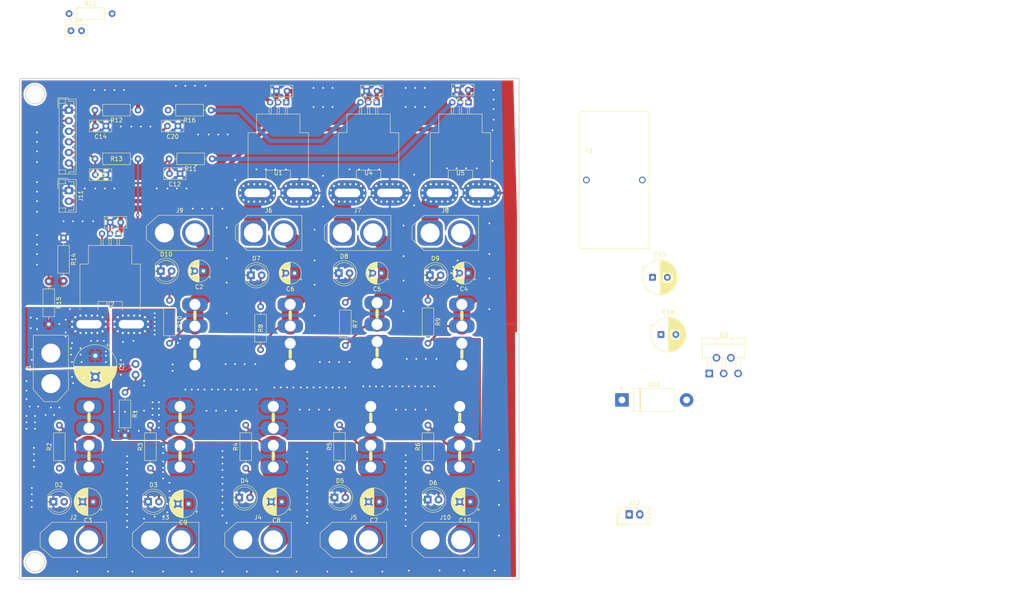
<source format=kicad_pcb>
(kicad_pcb (version 20241229) (generator "pcbnew") (generator_version "9.0")
  (layers (0 "F.Cu" signal) (2 "B.Cu" signal) (13 "F.Paste" user) (15 "B.Paste" user) (5 "F.SilkS" user "F.Silkscreen") (7 "B.SilkS" user "B.Silkscreen") (1 "F.Mask" user) (3 "B.Mask" user) (25 "Edge.Cuts" user))
  (net 0 "")
  (net 1 "14V")
  (net 2 "I_Out_3")
  (net 3 "3.3V")
  (net 4 "V_ref_1")
  (net 5 "V_ref_2")
  (net 6 "V_ref_3")
  (net 7 "14V_IN")
  (net 8 "5V_out")
  (net 9 "Net-(D1-A)")
  (net 10 "Net-(D2-A)")
  (net 11 "Net-(D3-A)")
  (net 12 "Net-(D4-A)")
  (net 13 "Net-(D5-A)")
  (net 14 "Net-(D6-A)")
  (net 15 "Net-(D7-A)")
  (net 16 "Net-(D8-A)")
  (net 17 "Net-(D9-A)")
  (net 18 "Net-(D10-A)")
  (net 19 "Net-(D11-K)")
  (net 20 "Net-(C2-Pad1)")
  (net 21 "Net-(C3-Pad1)")
  (net 22 "Net-(C4-Pad1)")
  (net 23 "Net-(C7-Pad1)")
  (net 24 "I_In_1")
  (net 25 "I_In_2")
  (net 26 "V_ref_0")
  (net 27 "Net-(U1-VIOUT)")
  (net 28 "Net-(U2-VIOUT)")
  (net 29 "Net-(C8-Pad1)")
  (net 30 "Net-(C9-Pad1)")
  (net 31 "Net-(C10-Pad1)")
  (net 32 "Net-(C5-Pad1)")
  (net 33 "Net-(C6-Pad1)")
  (net 34 "Net-(U4-VIOUT)")
  (net 35 "I_In_4")
  (net 36 "Net-(U5-VIOUT)")
  (net 37 "I_Out_1")
  (net 38 "V_ref_4")
  (footprint "PCM_SparkFun-Fuse:Fuseholder_Automotive" (layer "F.Cu") (at 119.5 92.15 -90)
    (property "Reference" "F7")
    (property "Value" "Blade Fuse")
  )
  (footprint "Resistor_THT:R_Axial_DIN0207_L6.3mm_D2.5mm_P10.16mm_Horizontal" (layer "F.Cu") (at 44.5 124.08 90)
    (property "Reference" "R2")
    (property "Value" "1.2k")
  )
  (footprint "Capacitor_THT:CP_Radial_D6.3mm_P2.50mm" (layer "F.Cu") (at 75 132.5 180)
    (property "Reference" "C9")
    (property "Value" "100uF_25V")
  )
  (footprint "Capacitor_THT:CP_Radial_D6.3mm_P2.50mm" (layer "F.Cu") (at 141.5 132 180)
    (property "Reference" "C10")
    (property "Value" "100uF_25V")
  )
  (footprint "Package_TO_SOT_THT:TO-220-5_P3.4x3.7mm_StaggerOdd_Lead3.8mm_Vertical" (layer "F.Cu") (at 197.9 101.7)
    (property "Reference" "U3")
    (property "Value" "LM2596T-5")
  )
  (footprint "LED_TH:LED_D5.0mm_IRGrey" (layer "F.Cu") (at 86.96 131)
    (property "Reference" "D4")
    (property "Value" "Green")
  )
  (footprint "Capacitor_THT:C_Disc_D5.0mm_W2.5mm_P2.50mm" (layer "F.Cu") (at 47.25 20.75)
    (property "Reference" "C14")
    (property "Value" "100nF")
  )
  (footprint "PCM_SparkFun-Fuse:Fuseholder_Automotive" (layer "F.Cu") (at 118 116.65 90)
    (property "Reference" "F4")
    (property "Value" "Blade Fuse")
  )
  (footprint "LED_TH:LED_D5.0mm_IRGrey" (layer "F.Cu") (at 131.96 78.5)
    (property "Reference" "D9")
    (property "Value" "Green")
  )
  (footprint "Sensor_Current:Allegro_CB_PFF" (layer "F.Cu") (at 119.41 37.65 180)
    (property "Reference" "U4")
    (property "Value" "ACS758xCB-050B-PFF")
  )
  (footprint "Resistor_THT:R_Axial_DIN0207_L6.3mm_D2.5mm_P10.16mm_Horizontal" (layer "F.Cu") (at 92 85.92 -90)
    (property "Reference" "R8")
    (property "Value" "1.2k" (hide yes))
  )
  (footprint "LED_TH:LED_D5.0mm_IRGrey" (layer "F.Cu") (at 43.12 132)
    (property "Reference" "D2")
    (property "Value" "Green")
  )
  (footprint "PCM_SparkFun-Fuse:Fuseholder_Automotive" (layer "F.Cu") (at 139.5 92.55 -90)
    (property "Reference" "F8")
    (property "Value" "Blade Fuse")
  )
  (footprint "Capacitor_THT:C_Disc_D5.0mm_W2.5mm_P2.50mm" (layer "F.Cu") (at 55.5 43.25 180)
    (property "Reference" "C14")
    (property "Value" "100nF")
  )
  (footprint "Connector_JST:JST_EH_B2B-EH-A_1x02_P2.50mm_Vertical" (layer "F.Cu") (at 179 135)
    (property "Reference" "J13")
    (property "Value" "5V_OUT")
  )
  (footprint "LED_TH:LED_D5.0mm_IRGrey" (layer "F.Cu") (at 65.46 132)
    (property "Reference" "D3")
    (property "Value" "Green")
  )
  (footprint "Resistor_THT:R_Axial_DIN0207_L6.3mm_D2.5mm_P10.16mm_Horizontal" (layer "F.Cu") (at 131.5 124.08 90)
    (property "Reference" "R6")
    (property "Value" "1.2k")
  )
  (footprint "Resistor_THT:R_Axial_DIN0207_L6.3mm_D2.5mm_P10.16mm_Horizontal" (layer "F.Cu") (at 70.5 84.42 -90)
    (property "Reference" "R10")
    (property "Value" "1.2k")
  )
  (footprint "Capacitor_THT:CP_Radial_D10.0mm_P5.00mm" (layer "F.Cu") (at 53 97.5 -90)
    (property "Reference" "C1")
    (property "Value" "1000uF_16V")
  )
  (footprint "Connector_AMASS:AMASS_XT60-M_1x02_P7.20mm_Vertical" (layer "F.Cu") (at 87.8 141)
    (property "Reference" "J4")
    (property "Value" "BLDC-3")
  )
  (footprint "Capacitor_THT:CP_Radial_D6.3mm_P2.50mm" (layer "F.Cu") (at 52.5 132 180)
    (property "Reference" "C3")
    (property "Value" "100uF_25V")
  )
  (footprint "Capacitor_THT:C_Disc_D5.0mm_W2.5mm_P2.50mm" (layer "F.Cu") (at 55.5 54.75 180)
    (property "Reference" "C15")
    (property "Value" "100nF")
  )
  (footprint "Sensor_Current:Allegro_CB_PFF" (layer "F.Cu") (at 141.08 37.65 180)
    (property "Reference" "U5")
    (property "Value" "ACS758xCB-050B-PFF")
  )
  (footprint "Resistor_THT:R_Axial_DIN0207_L6.3mm_D2.5mm_P10.16mm_Horizontal" (layer "F.Cu") (at 63.08 39.5 180)
    (property "Reference" "R12")
    (property "Value" "4.7k")
  )
  (footprint "Capacitor_THT:C_Disc_D5.0mm_W2.5mm_P2.50mm" (layer "F.Cu") (at 141 34.75 180)
    (property "Reference" "C11")
    (property "Value" "100nF_Ceramic")
  )
  (footprint "Capacitor_THT:C_Disc_D5.0mm_W2.5mm_P2.50mm" (layer "F.Cu") (at 73 54.5 180)
    (property "Reference" "C12")
    (property "Value" "100nF")
  )
  (footprint "LED_TH:LED_D5.0mm_IRGrey" (layer "F.Cu") (at 109.46 131)
    (property "Reference" "D5")
    (property "Value" "Green")
  )
  (footprint "PCM_SparkFun-Fuse:Fuseholder_Automotive" (layer "F.Cu") (at 99 92.55 -90)
    (property "Reference" "F6")
    (property "Value" "Blade Fuse")
  )
  (footprint "Capacitor_THT:CP_Radial_D6.3mm_P2.50mm" (layer "F.Cu") (at 97 132 180)
    (property "Reference" "C8")
    (property "Value" "100uF_25V")
  )
  (footprint "Sensor_Current:Allegro_CB_PFF" (layer "F.Cu") (at 58.4 68.675 180)
    (property "Reference" "U2")
    (property "Value" "ACS758xCB-050B-PFF")
  )
  (footprint "Resistor_THT:R_Axial_DIN0207_L6.3mm_D2.5mm_P10.16mm_Horizontal" (layer "F.Cu") (at 42 79.92 -90)
    (property "Reference" "R15")
    (property "Value" "1M" (hide yes))
  )
  (footprint "Resistor_THT:R_Axial_DIN0207_L6.3mm_D2.5mm_P10.16mm_Horizontal" (layer "F.Cu") (at 66 124.08 90)
    (property "Reference" "R3")
    (property "Value" "1.2k")
  )
  (footprint "Resistor_THT:R_Axial_DIN0207_L6.3mm_D2.5mm_P10.16mm_Horizontal" (layer "F.Cu") (at 46.8 16.7)
    (property "Reference" "R12")
    (property "Value" "4.7k")
  )
  (footprint "Resistor_THT:R_Axial_DIN0207_L6.3mm_D2.5mm_P10.16mm_Horizontal" (layer "F.Cu") (at 131.5 84.42 -90)
    (property "Reference" "R9")
    (property "Value" "1.2k")
  )
  (footprint "PCM_SparkFun-Fuse:Fuseholder_Automotive" (layer "F.Cu") (at 139 116.65 90)
    (property "Reference" "F5")
    (property "Value" "Blade Fuse")
  )
  (footprint "Connector_JST:JST_EH_B6B-EH-A_1x06_P2.50mm_Vertical" (layer "F.Cu") (at 46.75 39.5 -90)
    (property "Reference" "J15" (hide yes))
    (property "Value" "JST_06")
  )
  (footprint "Sensor_Current:Allegro_CB_PFF" (layer "F.Cu") (at 98.08 37.65 180)
    (property "Reference" "U1")
    (property "Value" "ACS758xCB-050B-PFF")
  )
  (footprint "Resistor_THT:R_Axial_DIN0207_L6.3mm_D2.5mm_P10.16mm_Horizontal" (layer "F.Cu") (at 60 106.17 -90)
    (property "Reference" "R1")
    (property "Value" "1.5k")
  )
  (footprint "Resistor_THT:R_Axial_DIN0207_L6.3mm_D2.5mm_P10.16mm_Horizontal" (layer "F.Cu") (at 80.33 39.5 180)
    (property "Reference" "R16")
    (property "Value" "4.7k")
  )
  (footprint "Connector_AMASS:AMASS_XT60-M_1x02_P7.20mm_Vertical" (layer "F.Cu") (at 132 68.5)
    (property "Reference" "J8")
    (property "Value" "5V DC-DC")
  )
  (footprint "Diode_THT:D_DO-201AD_P15.24mm_Horizontal" (layer "F.Cu") (at 177.3 107.95)
    (property "Reference" "D11")
    (property "Value" "1N5822")
  )
  (footprint "Connector_AMASS:AMASS_XT60-M_1x02_P7.20mm_Vertical" (layer "F.Cu") (at 69.3 68.5)
    (property "Reference" "J9")
    (property "Value" "Extra")
  )
  (footprint "Connector_AMASS:AMASS_XT60-M_1x02_P7.20mm_Vertical" (layer "F.Cu") (at 111.3 68.5)
    (property "Reference" "J7")
    (property "Value" "Deposition")
  )
  (footprint "Capacitor_THT:CP_Radial_D5.0mm_P2.00mm" (layer "F.Cu") (at 78.5 77.5 180)
    (property "Reference" "C2")
    (property "Value" "10uF_16V")
  )
  (footprint "Resistor_THT:R_Axial_DIN0207_L6.3mm_D2.5mm_P10.16mm_Horizontal" (layer "F.Cu") (at 112 84.92 -90)
    (property "Reference" "R7")
    (property "Value" "1.2k")
  )
  (footprint "Capacitor_THT:CP_Radial_D6.3mm_P2.50mm" (layer "F.Cu") (at 120 132 180)
    (property "Reference" "C7")
    (property "Value" "100uF_25V")
  )
  (footprint "PCM_SparkFun-Fuse:Fuseholder_Automotive" (layer "F.Cu") (at 73 116.65 90)
    (property "Reference" "F2")
    (property "Value" "Blade Fuse")
  )
  (footprint "Capacitor_THT:C_Disc_D5.0mm_W2.5mm_P2.50mm" (layer "F.Cu") (at 59 66 180)
    (property "Reference" "C16")
    (property "Value" "100nF_Ceramic")
  )
  (footprint "LED_TH:LED_D5.0mm_IRGrey" (layer "F.Cu") (at 68.46 77.5)
    (property "Reference" "D10")
    (property "Value" "Green")
  )
  (footprint "PCM_SparkFun-LED:LED_5mm_PTH_Red_NoSilk" (layer "F.Cu") (at 62.5 100.73 90)
    (property "Reference" "D1")
    (property "Value" "Red")
  )
  (footprint "Capacitor_THT:C_Disc_D5.0mm_W2.5mm_P2.50mm" (layer "F.Cu") (at 119.5 35 180)
    (property "Reference" "C19")
    (property "Value" "100nF_Ceramic")
  )
  (footprint "Connector_AMASS:AMASS_XT60-M_1x02_P7.20mm_Vertical" (layer "F.Cu") (at 42.5 104.1 90)
    (property "Reference" "J1")
    (property "Value" "From main battery")
  )
  (footprint "Resistor_THT:R_Axial_DIN0207_L6.3mm_D2.5mm_P10.16mm_Horizontal" (layer "F.Cu") (at 63.08 51 180)
    (property "Reference" "R13")
    (property "Value" "4.7k" (hide yes))
  )
  (footprint "Connector_AMASS:AMASS_XT60-M_1x02_P7.20mm_Vertical" (layer "F.Cu") (at 132 141)
    (property "Reference" "J10")
    (property "Value" "BLDC-5")
  )
  (footprint "LED_TH:LED_D5.0mm_IRGrey" (layer "F.Cu") (at 131.46 131.5)
    (property "Reference" "D6")
    (property "Value" "Green")
  )
  (footprint "Capacitor_THT:CP_Radial_D5.0mm_P2.00mm" (layer "F.Cu") (at 120.5 78 180)
    (property "Reference" "C5")
    (property "Value" "10uF_16V")
  )
  (footprint "Connector_AMASS:AMASS_XT60-M_1x02_P7.20mm_Vertical" (layer "F.Cu") (at 44.22 141)
    (property "Reference" "J2")
    (property "Value" "BLDC 1")
  )
  (footprint "troid:IND_2300LL-821-V-RC" (layer "F.Cu") (at 175.5 56)
    (property "Reference" "L1")
    (property "Value" "33uH")
  )
  (footprint "Resistor_THT:R_Axial_DIN0207_L6.3mm_D2.5mm_P10.16mm_Horizontal" (layer "F.Cu") (at 110.62 124 90)
    (property "Reference" "R5")
    (property "Value" "1.2k")
  )
  (footprint "Connector_AMASS:AMASS_XT60-M_1x02_P7.20mm_Vertical" (layer "F.Cu") (at 110.3 141)
    (property "Reference" "J5")
    (property "Value" "BLDC-4")
  )
  (footprint "PCM_SparkFun-Fuse:Fuseholder_Automotive" (layer "F.Cu") (at 51.5 116.65 90)
    (property "Reference" "F1")
    (property "Value" "Blade Fuse")
  )
  (footprint "Connector_AMASS:AMASS_XT60-M_1x02_P7.20mm_Vertical" (layer "F.Cu") (at 66 141)
    (property "Reference" "J3")
    (property "Value" "BLDC-2")
  )
  (footprint "PCM_SparkFun-Fuse:Fuseholder_Automotive" (layer "F.Cu") (at 76.5 92.55 -90)
    (property "Reference" "F9")
    (property "Value" "Blade Fuse")
  )
  (footprint "Connector_JST:JST_EH_B2B-EH-A_1x02_P2.50mm_Vertical" (layer "F.Cu") (at 46.75 58.5 -90)
    (property "Reference" "J11")
    (property "Value" "3.3V_IN")
  )
  (footprint "Capacitor_THT:C_Disc_D5.0mm_W2.5mm_P2.50mm" (layer "F.Cu") (at 72.5 43.25 180)
    (property "Reference" "C20")
    (property "Value" "100nF")
  )
  (footprint "Capacitor_THT:CP_Radial_D5.0mm_P2.00mm" (layer "F.Cu") (at 100 78 180)
    (property "Reference" "C6")
    (property "Value" "10uF_16V")
  )
  (footprint "Capacitor_THT:CP_Radial_D8.0mm_P3.50mm" (layer "F.Cu") (at 186.5 92.5)
    (property "Reference" "C18")
    (property "Value" "220uF_25V")
  )
  (footprint "Capacitor_THT:CP_Radial_D5.0mm_P2.00mm" (layer "F.Cu") (at 141 78 180)
    (property "Reference" "C4")
    (property "Value" "10uF_16V")
  )
  (footprint "LED_TH:LED_D5.0mm_IRGrey" (layer "F.Cu") (at 110.46 78)
    (property "Reference" "D8")
    (property "Value" "Green")
  )
  (footprint "LED_TH:LED_D5.0mm_IRGrey" (layer "F.Cu") (at 89.725 78.5)
    (property "Reference" "D7")
    (property "Value" "Green")
  )
  (footprint "Capacitor_THT:CP_Radial_D8.0mm_P3.50mm" (layer "F.Cu") (at 184.5 79)
    (property "Reference" "C17")
    (property "Value" "680uF_25V")
  )
  (footprint "Resistor_THT:R_Axial_DIN0207_L6.3mm_D2.5mm_P10.16mm_Horizontal" (layer "F.Cu") (at 80.58 51 180)
    (property "Reference" "R11")
    (property "Value" "4.7k")
  )
  (footprint "Capacitor_THT:C_Disc_D5.0mm_W2.5mm_P2.50mm" (layer "F.Cu") (at 98.25 35 180)
    (property "Reference" "C13")
    (property "Value" "100nF_Ceramic")
  )
  (footprint "Connector_AMASS:AMASS_XT60-M_1x02_P7.20mm_Vertical" (layer "F.Cu") (at 90.3 68.5)
    (property "Reference" "J6")
    (property "Value" "Actuators")
  )
  (footprint "Resistor_THT:R_Axial_DIN0207_L6.3mm_D2.5mm_P10.16mm_Horizontal" (layer "F.Cu") (at 45.5 69.67 -90)
    (property "Reference" "R14")
    (property "Value" "200k")
  )
  (footprint "Resistor_THT:R_Axial_DIN0207_L6.3mm_D2.5mm_P10.16mm_Horizontal" (layer "F.Cu") (at 88.5 124.08 90)
    (property "Reference" "R4")
    (property "Value" "1.2k")
  )
  (footprint "PCM_SparkFun-Fuse:Fuseholder_Automotive" (layer "F.Cu") (at 95 116.65 90)
    (property "Reference" "F3")
    (property "Value" "Blade Fuse")
  )
  (gr_circle (center 38.75 35.75) (end 41 35.75) (stroke (width 0.2)) (fill no) (layer "Edge.Cuts"))
  (gr_rect (start 35.118894 32) (end 153 150.268894) (stroke (width 0.2)) (fill no) (layer "Edge.Cuts"))
  (gr_circle (center 38.75 146.25) (end 41 146.25) (stroke (width 0.2)) (fill no) (layer "Edge.Cuts"))
  (segment (start 54 97.5) (end 53 97.5) (width 0.5) (layer "F.Cu") (net 1))
  (segment (start 41.5 95.9) (end 42.5 96.9) (width 0.25) (layer "F.Cu") (net 1))
  (via (at 47.25 97.25) (size 0.8) (drill 0.4) (layers "F.Cu" "B.Cu") (net 1))
  (via (at 55.5 99) (size 0.8) (drill 0.4) (layers "F.Cu" "B.Cu") (net 1))
  (via (at 37.75 88.5) (size 0.8) (drill 0.4) (layers "F.Cu" "B.Cu") (net 1))
  (via (at 37.75 91) (size 0.8) (drill 0.4) (layers "F.Cu" "B.Cu") (net 1))
  (via (at 38 96) (size 0.8) (drill 0.4) (layers "F.Cu" "B.Cu") (net 1))
  (via (at 46 92) (size 0.8) (drill 0.4) (layers "F.Cu" "B.Cu") (net 1))
  (via (at 55.5 97.5) (size 0.8) (drill 0.4) (layers "F.Cu" "B.Cu") (net 1))
  (via (at 52 94) (size 0.8) (drill 0.4) (layers "F.Cu" "B.Cu") (net 1))
  (via (at 47 86.5) (size 0.8) (drill 0.4) (layers "F.Cu" "B.Cu") (net 1))
  (via (at 46 89) (size 0.8) (drill 0.4) (layers "F.Cu" "B.Cu") (net 1))
  (via (at 49.5 97.25) (size 0.8) (drill 0.4) (layers "F.Cu" "B.Cu") (net 1))
  (via (at 47.25 95.75) (size 0.8) (drill 0.4) (layers "F.Cu" "B.Cu") (net 1))
  (via (at 49.5 95.75) (size 0.8) (drill 0.4) (layers "F.Cu" "B.Cu") (net 1))
  (via (at 55 94) (size 0.8) (drill 0.4) (layers "F.Cu" "B.Cu") (net 1))
  (via (at 53.5 94) (size 0.8) (drill 0.4) (layers "F.Cu" "B.Cu") (net 1))
  (via (at 47.5 99) (size 0.8) (drill 0.4) (layers "F.Cu" "B.Cu") (net 1))
  (via (at 44.5 90) (size 0.8) (drill 0.4) (layers "F.Cu" "B.Cu") (net 1))
  (via (at 38 98.5) (size 0.8) (drill 0.4) (layers "F.Cu" "B.Cu") (net 1))
  (via (at 39.25 91.25) (size 0.8) (drill 0.4) (layers "F.Cu" "B.Cu") (net 1))
  (via (at 39.25 88.75) (size 0.8) (drill 0.4) (layers "F.Cu" "B.Cu") (net 1))
  (via (at 49.75 99) (size 0.8) (drill 0.4) (layers "F.Cu" "B.Cu") (net 1))
  (via (at 55.5 96.5) (size 0.8) (drill 0.4) (layers "F.Cu" "B.Cu") (net 1))
  (via (at 47.5 94.5) (size 0.8) (drill 0.4) (layers "F.Cu" "B.Cu") (net 1))
  (via (at 46 93) (size 0.8) (drill 0.4) (layers "F.Cu" "B.Cu") (net 1))
  (via (at 88 105.5) (size 0.8) (drill 0.4) (layers "F.Cu" "B.Cu") (net 2))
  (via (at 77.25 105.5) (size 0.8) (drill 0.4) (layers "F.Cu" "B.Cu") (net 2))
  (via (at 122.5 104.75) (size 0.8) (drill 0.4) (layers "F.Cu" "B.Cu") (net 2))
  (via (at 67 89.5) (size 0.8) (drill 0.4) (layers "F.Cu" "B.Cu") (net 2))
  (via (at 59.5 94.25) (size 0.8) (drill 0.4) (layers "F.Cu" "B.Cu") (net 2))
  (via (at 130 104.75) (size 0.8) (drill 0.4) (layers "F.Cu" "B.Cu") (net 2))
  (via (at 68 113) (size 0.8) (drill 0.4) (layers "F.Cu" "B.Cu") (net 2))
  (via (at 101.25 110.25) (size 0.8) (drill 0.4) (layers "F.Cu" "B.Cu") (net 2))
  (via (at 67 91.5) (size 0.8) (drill 0.4) (layers "F.Cu" "B.Cu") (net 2))
  (via (at 74.25 105.5) (size 0.8) (drill 0.4) (layers "F.Cu" "B.Cu") (net 2))
  (via (at 75.75 105.5) (size 0.8) (drill 0.4) (layers "F.Cu" "B.Cu") (net 2))
  (via (at 119.25 104.75) (size 0.8) (drill 0.4) (layers "F.Cu" "B.Cu") (net 2))
  (via (at 59 100) (size 0.8) (drill 0.4) (layers "F.Cu" "B.Cu") (net 2))
  (via (at 89.5 105.5) (size 0.8) (drill 0.4) (layers "F.Cu" "B.Cu") (net 2))
  (via (at 66.5 111.5) (size 0.8) (drill 0.4) (layers "F.Cu" "B.Cu") (net 2))
  (via (at 80.5 105.5) (size 0.8) (drill 0.4) (layers "F.Cu" "B.Cu") (net 2))
  (via (at 68 114.5) (size 0.8) (drill 0.4) (layers "F.Cu" "B.Cu") (net 2))
  (via (at 105.75 110.25) (size 0.8) (drill 0.4) (layers "F.Cu" "B.Cu") (net 2))
  (via (at 83.75 110.5) (size 0.8) (drill 0.4) (layers "F.Cu" "B.Cu") (net 2))
  (via (at 82 105.5) (size 0.8) (drill 0.4) (layers "F.Cu" "B.Cu") (net 2))
  (via (at 96.75 105) (size 0.8) (drill 0.4) (layers "F.Cu" "B.Cu") (net 2))
  (via (at 64.5 104.5) (size 0.8) (drill 0.4) (layers "F.Cu" "B.Cu") (net 2))
  (via (at 131 98.25) (size 0.8) (drill 0.4) (layers "F.Cu" "B.Cu") (net 2))
  (via (at 133.5 98.25) (size 0.8) (drill 0.4) (layers "F.Cu" "B.Cu") (net 2))
  (via (at 58.5 115.25) (size 0.8) (drill 0.4) (layers "F.Cu" "B.Cu") (net 2))
  (via (at 66.5 108.5) (size 0.8) (drill 0.4) (layers "F.Cu" "B.Cu") (net 2))
  (via (at 99.75 105) (size 0.8) (drill 0.4) (layers "F.Cu" "B.Cu") (net 2))
  (via (at 88.25 99.5) (size 0.8) (drill 0.4) (layers "F.Cu" "B.Cu") (net 2))
  (via (at 85 105.5) (size 0.8) (drill 0.4) (layers "F.Cu" "B.Cu") (net 2))
  (via (at 120.75 104.75) (size 0.8) (drill 0.4) (layers "F.Cu" "B.Cu") (net 2))
  (via (at 62 94) (size 0.8) (drill 0.4) (layers "F.Cu" "B.Cu") (net 2))
  (via (at 128.5 104.75) (size 0.8) (drill 0.4) (layers "F.Cu" "B.Cu") (net 2))
  (via (at 108.25 99) (size 0.8) (drill 0.4) (layers "F.Cu" "B.Cu") (net 2))
  (via (at 98.25 105) (size 0.8) (drill 0.4) (layers "F.Cu" "B.Cu") (net 2))
  (via (at 117.75 104.75) (size 0.8) (drill 0.4) (layers "F.Cu" "B.Cu") (net 2))
  (via (at 101.5 105) (size 0.8) (drill 0.4) (layers "F.Cu" "B.Cu") (net 2))
  (via (at 60 110.75) (size 0.8) (drill 0.4) (layers "F.Cu" "B.Cu") (net 2))
  (via (at 113 99) (size 0.8) (drill 0.4) (layers "F.Cu" "B.Cu") (net 2))
  (via (at 67 92.5) (size 0.8) (drill 0.4) (layers "F.Cu" "B.Cu") (net 2))
  (via (at 59 98.5) (size 0.8) (drill 0.4) (layers "F.Cu" "B.Cu") (net 2))
  (via (at 67 88.5) (size 0.8) (drill 0.4) (layers "F.Cu" "B.Cu") (net 2))
  (via (at 79.25 110.5) (size 0.8) (drill 0.4) (layers "F.Cu" "B.Cu") (net 2))
  (via (at 103.5 110.25) (size 0.8) (drill 0.4) (layers "F.Cu" "B.Cu") (net 2))
  (via (at 57.5 110.75) (size 0.8) (drill 0.4) (layers "F.Cu" "B.Cu") (net 2))
  (via (at 126.5 98.25) (size 0.8) (drill 0.4) (layers "F.Cu" "B.Cu") (net 2))
  (via (at 68 110) (size 0.8) (drill 0.4) (layers "F.Cu" "B.Cu") (net 2))
  (via (at 128.5 110.25) (size 0.8) (drill 0.4) (layers "F.Cu" "B.Cu") (net 2))
  (via (at 126.25 110.25) (size 0.8) (drill 0.4) (layers "F.Cu" "B.Cu") (net 2))
  (via (at 86 99.5) (size 0.8) (drill 0.4) (layers "F.Cu" "B.Cu") (net 2))
  (via (at 78.75 105.5) (size 0.8) (drill 0.4) (layers "F.Cu" "B.Cu") (net 2))
  (via (at 108.25 110.25) (size 0.8) (drill 0.4) (layers "F.Cu" "B.Cu") (net 2))
  (via (at 83.75 99.5) (size 0.8) (drill 0.4) (layers "F.Cu" "B.Cu") (net 2))
  (via (at 112 105) (size 0.8) (drill 0.4) (layers "F.Cu" "B.Cu") (net 2))
  (via (at 68 111.5) (size 0.8) (drill 0.4) (layers "F.Cu" "B.Cu") (net 2))
  (via (at 106 105) (size 0.8) (drill 0.4) (layers "F.Cu" "B.Cu") (net 2))
  (via (at 64.5 110.5) (size 0.8) (drill 0.4) (layers "F.Cu" "B.Cu") (net 2))
  (via (at 131 110.25) (size 0.8) (drill 0.4) (layers "F.Cu" "B.Cu") (net 2))
  (via (at 103 105) (size 0.8) (drill 0.4) (layers "F.Cu" "B.Cu") (net 2))
  (via (at 133 104.75) (size 0.8) (drill 0.4) (layers "F.Cu" "B.Cu") (net 2))
  (via (at 124 104.75) (size 0.8) (drill 0.4) (layers "F.Cu" "B.Cu") (net 2))
  (via (at 95.25 105) (size 0.8) (drill 0.4) (layers "F.Cu" "B.Cu") (net 2))
  (via (at 90.75 99.5) (size 0.8) (drill 0.4) (layers "F.Cu" "B.Cu") (net 2))
  (via (at 60.75 115.25) (size 0.8) (drill 0.4) (layers "F.Cu" "B.Cu") (net 2))
  (via (at 86.25 110.5) (size 0.8) (drill 0.4) (layers "F.Cu" "B.Cu") (net 2))
  (via (at 116.25 104.75) (size 0.8) (drill 0.4) (layers "F.Cu" "B.Cu") (net 2))
  (via (at 62.25 110.75) (size 0.8) (drill 0.4) (layers "F.Cu" "B.Cu") (net 2))
  (via (at 67 90.5) (size 0.8) (drill 0.4) (layers "F.Cu" "B.Cu") (net 2))
  (via (at 110.5 99) (size 0.8) (drill 0.4) (layers "F.Cu" "B.Cu") (net 2))
  (via (at 64.5 103.5) (size 0.8) (drill 0.4) (layers "F.Cu" "B.Cu") (net 2))
  (via (at 72.5 94.5) (size 0.8) (drill 0.4) (layers "F.Cu" "B.Cu") (net 2))
  (via (at 124 110.25) (size 0.8) (drill 0.4) (layers "F.Cu" "B.Cu") (net 2))
  (via (at 86.5 105.5) (size 0.8) (drill 0.4) (layers "F.Cu" "B.Cu") (net 2))
  (via (at 63.25 115.25) (size 0.8) (drill 0.4) (layers "F.Cu" "B.Cu") (net 2))
  (via (at 71.25 99.58) (size 0.8) (drill 0.4) (layers "F.Cu" "B.Cu") (net 2))
  (via (at 106 99) (size 0.8) (drill 0.4) (layers "F.Cu" "B.Cu") (net 2))
  (via (at 81.5 110.5) (size 0.8) (drill 0.4) (layers "F.Cu" "B.Cu") (net 2))
  (via (at 59 102) (size 0.8) (drill 0.4) (layers "F.Cu" "B.Cu") (net 2))
  (via (at 73 93.5) (size 0.8) (drill 0.4) (layers "F.Cu" "B.Cu") (net 2))
  (via (at 125.5 104.75) (size 0.8) (drill 0.4) (layers "F.Cu" "B.Cu") (net 2))
  (via (at 66.5 110) (size 0.8) (drill 0.4) (layers "F.Cu" "B.Cu") (net 2))
  (via (at 109 105) (size 0.8) (drill 0.4) (layers "F.Cu" "B.Cu") (net 2))
  (via (at 91 105.5) (size 0.8) (drill 0.4) (layers "F.Cu" "B.Cu") (net 2))
  (via (at 131.5 104.75) (size 0.8) (drill 0.4) (layers "F.Cu" "B.Cu") (net 2))
  (via (at 71.25 101.08) (size 0.8) (drill 0.4) (layers "F.Cu" "B.Cu") (net 2))
  (via (at 107.5 105) (size 0.8) (drill 0.4) (layers "F.Cu" "B.Cu") (net 2))
  (via (at 127 104.75) (size 0.8) (drill 0.4) (layers "F.Cu" "B.Cu") (net 2))
  (via (at 110.5 105) (size 0.8) (drill 0.4) (layers "F.Cu" "B.Cu") (net 2))
  (via (at 68 108.5) (size 0.8) (drill 0.4) (layers "F.Cu" "B.Cu") (net 2))
  (via (at 67 87.5) (size 0.8) (drill 0.4) (layers "F.Cu" "B.Cu") (net 2))
  (via (at 104.5 105) (size 0.8) (drill 0.4) (layers "F.Cu" "B.Cu") (net 2))
  (via (at 83.5 105.5) (size 0.8) (drill 0.4) (layers "F.Cu" "B.Cu") (net 2))
  (via (at 128.75 98.25) (size 0.8) (drill 0.4) (layers "F.Cu" "B.Cu") (net 2))
  (segment (start 98.59 37.5) (end 98.24 37.15) (width 0.25) (layer "F.Cu") (net 3))
  (segment (start 58.5 68.575) (end 58.4 68.675) (width 0.25) (layer "F.Cu") (net 3))
  (segment (start 145 36.75) (end 145 40.5) (width 1) (layer "F.Cu") (net 3))
  (segment (start 143 34.75) (end 145 36.75) (width 1) (layer "F.Cu") (net 3))
  (segment (start 98.39 37) (end 98.24 37.15) (width 0.25) (layer "F.Cu") (net 3))
  (segment (start 59 68.075) (end 58.4 68.675) (width 1) (layer "F.Cu") (net 3))
  (segment (start 76 61) (end 93 44) (width 1) (layer "F.Cu") (net 3))
  (segment (start 98.5 35) (end 98.25 35.25) (width 1) (layer "F.Cu") (net 3))
  (segment (start 141.5 44) (end 116.75 44) (width 1) (layer "F.Cu") (net 3))
  (segment (start 59 61) (end 76 61) (width 1) (layer "F.Cu") (net 3))
  (segment (start 98.25 35) (end 99.25 35) (width 1) (layer "F.Cu") (net 3))
  (segment (start 141.08 34.83) (end 141 34.75) (width 1) (layer "F.Cu") (net 3))
  (segment (start 46.75 61) (end 59 61) (width 1) (layer "F.Cu") (net 3))
  (segment (start 98.25 37.48) (end 98.25 35) (width 1) (layer "F.Cu") (net 3))
  (segment (start 95.25 44) (end 116.75 44) (width 1) (layer "F.Cu") (net 3))
  (segment (start 116.75 44) (end 123 37.75) (width 1) (layer "F.Cu") (net 3))
  (segment (start 59 66) (end 59 68.075) (width 1) (layer "F.Cu") (net 3))
  (segment (start 93 44) (end 95.25 44) (width 1) (layer "F.Cu") (net 3))
  (segment (start 119.41 37.65) (end 119.41 35.09) (width 1) (layer "F.Cu") (net 3))
  (segment (start 98.25 37.48) (end 98.08 37.65) (width 1) (layer "F.Cu") (net 3))
  (segment (start 101.75 37.5) (end 101.75 39.25) (width 1) (layer "F.Cu") (net 3))
  (segment (start 101.75 39.25) (end 97 44) (width 1) (layer "F.Cu") (net 3))
  (segment (start 59 61) (end 59 66) (width 1) (layer "F.Cu") (net 3))
  (segment (start 98.25 35.25) (end 98.25 37.48) (width 1) (layer "F.Cu") (net 3))
  (segment (start 123 36.75) (end 121.25 35) (width 1) (layer "F.Cu") (net 3))
  (segment (start 119.5 37.56) (end 119.41 37.65) (width 0.4) (layer "F.Cu") (net 3))
  (segment (start 119.56 37) (end 119.41 37.15) (width 0.25) (layer "F.Cu") (net 3))
  (segment (start 119.76 37.5) (end 119.41 37.15) (width 0.25) (layer "F.Cu") (net 3))
  (segment (start 121.25 35) (end 119.5 35) (width 1) (layer "F.Cu") (net 3))
  (segment (start 97 44) (end 95.25 44) (width 1) (layer "F.Cu") (net 3))
  (segment (start 141.08 37.65) (end 141.08 34.83) (width 1) (layer "F.Cu") (net 3))
  (segment (start 145 40.5) (end 141.5 44) (width 1) (layer "F.Cu") (net 3))
  (segment (start 141 34.75) (end 143 34.75) (width 1) (layer "F.Cu") (net 3))
  (segment (start 99.25 35) (end 101.75 37.5) (width 1) (layer "F.Cu") (net 3))
  (segment (start 123 37.75) (end 123 36.75) (width 1) (layer "F.Cu") (net 3))
  (segment (start 119.41 35.09) (end 119.5 35) (width 0.4) (layer "F.Cu") (net 3))
  (segment (start 53 39.58) (end 52.92 39.5) (width 0.5) (layer "F.Cu") (net 4))
  (segment (start 52.75 43.25) (end 52.75 39.67) (width 0.5) (layer "F.Cu") (net 4))
  (segment (start 53 43.25) (end 53 39.58) (width 0.5) (layer "F.Cu") (net 4))
  (segment (start 52 44.25) (end 47 44.25) (width 0.5) (layer "F.Cu") (net 4))
  (segment (start 53 43.25) (end 52 44.25) (width 0.5) (layer "F.Cu") (net 4))
  (segment (start 47 44.25) (end 46.75 44.5) (width 0.5) (layer "F.Cu") (net 4))
  (segment (start 70 39.67) (end 70.17 39.5) (width 0.5) (layer "F.Cu") (net 5))
  (segment (start 70 43.25) (end 66.25 47) (width 0.5) (layer "F.Cu") (net 5))
  (segment (start 66.25 47) (end 46.75 47) (width 0.5) (layer "F.Cu") (net 5))
  (segment (start 52.92 51) (end 52.75 51) (width 0.5) (layer "F.Cu") (net 6))
  (segment (start 53 54.75) (end 53 51.08) (width 0.5) (layer "F.Cu") (net 6))
  (segment (start 53 51.08) (end 52.92 51) (width 0.5) (layer "F.Cu") (net 6))
  (segment (start 51.25 49.5) (end 46.75 49.5) (width 0.5) (layer "F.Cu") (net 6))
  (segment (start 52.75 51) (end 51.25 49.5) (width 0.5) (layer "F.Cu") (net 6))
  (segment (start 62.5 103.67) (end 60 106.17) (width 0.5) (layer "F.Cu") (net 9))
  (segment (start 62.5 102) (end 62.5 103.67) (width 0.5) (layer "F.Cu") (net 9))
  (segment (start 68 132) (end 68 126.08) (width 0.5) (layer "F.Cu") (net 11))
  (segment (start 68 126.08) (end 66 124.08) (width 0.5) (layer "F.Cu") (net 11))
  (segment (start 89.75 125.33) (end 89.75 130.75) (width 0.5) (layer "F.Cu") (net 12))
  (segment (start 88.5 124.08) (end 89.75 125.33) (width 0.5) (layer "F.Cu") (net 12))
  (segment (start 89.75 130.75) (end 89.5 131) (width 0.5) (layer "F.Cu") (net 12))
  (segment (start 112 131) (end 112 125.38) (width 0.5) (layer "F.Cu") (net 13))
  (segment (start 112 125.38) (end 110.62 124) (width 0.5) (layer "F.Cu") (net 13))
  (segment (start 134 131.5) (end 134 126.58) (width 0.5) (layer "F.Cu") (net 14))
  (segment (start 134 126.58) (end 131.5 124.08) (width 0.5) (layer "F.Cu") (net 14))
  (segment (start 92 85.92) (end 92 78.765) (width 0.5) (layer "F.Cu") (net 15))
  (segment (start 92 78.765) (end 92.265 78.5) (width 0.5) (layer "F.Cu") (net 15))
  (segment (start 113 83.92) (end 113 78) (width 0.5) (layer "F.Cu") (net 16))
  (segment (start 112 84.92) (end 113 83.92) (width 0.5) (layer "F.Cu") (net 16))
  (segment (start 131.5 81.5) (end 134.5 78.5) (width 0.5) (layer "F.Cu") (net 17))
  (segment (start 131.5 84.42) (end 131.5 81.5) (width 0.5) (layer "F.Cu") (net 17))
  (segment (start 70.5 84.42) (end 70.5 78) (width 0.5) (layer "F.Cu") (net 18))
  (segment (start 70.5 78) (end 71 77.5) (width 0.5) (layer "F.Cu") (net 18))
  (segment (start 79.501 71.501) (end 79.501 82.399) (width 4) (layer "F.Cu") (net 20))
  (segment (start 70.5 94.58) (end 74.58 90.5) (width 0.5) (layer "F.Cu") (net 20))
  (segment (start 76.5 85.4) (end 76.5 90.5) (width 4) (layer "F.Cu") (net 20))
  (segment (start 79.501 82.399) (end 76.5 85.4) (width 4) (layer "F.Cu") (net 20))
  (segment (start 76.5 68.5) (end 79.501 71.501) (width 4) (layer "F.Cu") (net 20))
  (segment (start 74.58 90.5) (end 76.5 90.5) (width 0.5) (layer "F.Cu") (net 20))
  (segment (start 54 126.3) (end 51.5 123.8) (width 6) (layer "F.Cu") (net 21))
  (segment (start 54 138.42) (end 54 126.3) (width 6) (layer "F.Cu") (net 21))
  (segment (start 51.5 118.7) (end 49.28 118.7) (width 0.5) (layer "F.Cu") (net 21))
  (segment (start 51.42 141) (end 54 138.42) (width 6) (layer "F.Cu") (net 21))
  (segment (start 51.5 123.8) (end 51.5 119.401) (width 6) (layer "F.Cu") (net 21))
  (segment (start 49.28 118.7) (end 44.5 113.92) (width 0.5) (layer "F.Cu") (net 21))
  (segment (start 139.5 85.4) (end 139.5 90.5) (width 4) (layer "F.Cu") (net 22))
  (segment (start 135.58 90.5) (end 139.5 90.5) (width 0.5) (layer "F.Cu") (net 22))
  (segment (start 139.2 68.5) (end 142.2 71.5) (width 4) (layer "F.Cu") (net 22))
  (segment (start 142.2 82.7) (end 139.5 85.4) (width 4) (layer "F.Cu") (net 22))
  (segment (start 131.5 94.58) (end 135.58 90.5) (width 0.5) (layer "F.Cu") (net 22))
  (segment (start 142.2 71.5) (end 142.2 82.7) (width 4) (layer "F.Cu") (net 22))
  (segment (start 118 123.8) (end 118 119.401) (width 6) (layer "F.Cu") (net 23))
  (segment (start 121.501 136.999) (end 121.501 127.301) (width 6) (layer "F.Cu") (net 23))
  (segment (start 121.501 127.301) (end 118 123.8) (width 6) (layer "F.Cu") (net 23))
  (segment (start 118 118.7) (end 115.48 118.7) (width 0.5) (layer "F.Cu") (net 23))
  (segment (start 115.48 118.7) (end 110.62 113.84) (width 0.5) (layer "F.Cu") (net 23))
  (segment (start 117.5 141) (end 121.501 136.999) (width 6) (layer "F.Cu") (net 23))
  (segment (start 90.149 68.349) (end 90.149 60.071) (width 4) (layer "F.Cu") (net 24))
  (segment (start 90.149 60.071) (end 91.17 59.05) (width 3.5) (layer "F.Cu") (net 24))
  (segment (start 90.3 60.96) (end 90.66 60.6) (width 2) (layer "F.Cu") (net 24))
  (segment (start 90.3 68.5) (end 90.149 68.349) (width 3.5) (layer "F.Cu") (net 24))
  (segment (start 111.351 60.199) (end 112.5 59.05) (width 3.5) (layer "F.Cu") (net 25))
  (segment (start 111.3 68.5) (end 111.351 68.449) (width 3.5) (layer "F.Cu") (net 25))
  (segment (start 111.351 68.449) (end 111.351 60.199) (width 4) (layer "F.Cu") (net 25))
  (segment (start 111.3 59.75) (end 112.5 58.55) (width 2) (layer "F.Cu") (net 25))
  (segment (start 44.75 42) (end 42 44.75) (width 0.5) (layer "F.Cu") (net 26))
  (segment (start 45.41 79.92) (end 45.5 79.83) (width 2) (layer "F.Cu") (net 26))
  (segment (start 42 44.75) (end 42 79.92) (width 0.5) (layer "F.Cu") (net 26))
  (segment (start 46.75 42) (end 44.75 42) (width 0.5) (layer "F.Cu") (net 26))
  (segment (start 42 79.92) (end 45.41 79.92) (width 2) (layer "F.Cu") (net 26))
  (segment (start 92.11 35.5) (end 94.26 37.65) (width 1) (layer "F.Cu") (net 27))
  (segment (start 63.75 35.5) (end 92.11 35.5) (width 1) (layer "F.Cu") (net 27))
  (segment (start 63.08 36.17) (end 63.75 35.5) (width 1) (layer "F.Cu") (net 27))
  (segment (start 63.08 39.5) (end 63.08 36.17) (width 1) (layer "F.Cu") (net 27))
  (segment (start 54.58 72.58) (end 55.25 73.25) (width 0.5) (layer "F.Cu") (net 28))
  (segment (start 63 71) (end 63 64.25) (width 0.5) (layer "F.Cu") (net 28))
  (segment (start 54.58 68.675) (end 54.58 72.58) (width 0.5) (layer "F.Cu") (net 28))
  (segment (start 55.25 73.25) (end 60.75 73.25) (width 0.5) (layer "F.Cu") (net 28))
  (segment (start 60.75 73.25) (end 63 71) (width 0.5) (layer "F.Cu") (net 28))
  (via (at 63 64.25) (size 0.8) (drill 0.4) (layers "F.Cu" "B.Cu") (net 28))
  (segment (start 63 64.25) (end 63.08 64.17) (width 0.5) (layer "B.Cu") (net 28))
  (segment (start 63.08 64.17) (end 63.08 51) (width 0.5) (layer "B.Cu") (net 28))
  (segment (start 98.501 137.499) (end 98.501 127.301) (width 6) (layer "F.Cu") (net 29))
  (segment (start 95 141) (end 98.501 137.499) (width 6) (layer "F.Cu") (net 29))
  (segment (start 95 118.7) (end 92.95 118.7) (width 0.5) (layer "F.Cu") (net 29))
  (segment (start 98.501 127.301) (end 95 123.8) (width 6) (layer "F.Cu") (net 29))
  (segment (start 92.95 118.7) (end 89.649 115.399) (width 0.5) (layer "F.Cu") (net 29))
  (segment (start 95 123.8) (end 95 119.401) (width 6) (layer "F.Cu") (net 29))
  (segment (start 88.5 114.25) (end 88.5 113.92) (width 0.5) (layer "F.Cu") (net 29))
  (segment (start 89.649 115.399) (end 88.5 114.25) (width 0.5) (layer "F.Cu") (net 29))
  (segment (start 73 118.7) (end 72.449 118.149) (width 0.5) (layer "F.Cu") (net 30))
  (segment (start 67.149 115.649) (end 66 114.5) (width 0.5) (layer "F.Cu") (net 30))
  (segment (start 76.501 137.699) (end 76.501 127.301) (width 6) (layer "F.Cu") (net 30))
  (segment (start 72.449 118.149) (end 69.649 118.149) (width 0.5) (layer "F.Cu") (net 30))
  (segment (start 73.2 141) (end 76.501 137.699) (width 6) (layer "F.Cu") (net 30))
  (segment (start 66 114.5) (end 66 113.92) (width 0.5) (layer "F.Cu") (net 30))
  (segment (start 76.501 127.301) (end 73 123.8) (width 6) (layer "F.Cu") (net 30))
  (segment (start 69.649 118.149) (end 67.149 115.649) (width 0.5) (layer "F.Cu") (net 30))
  (segment (start 73 123.8) (end 73 119.401) (width 6) (layer "F.Cu") (net 30))
  (segment (start 139 118.7) (end 136.28 118.7) (width 0.5) (layer "F.Cu") (net 31))
  (segment (start 143.001 137.199) (end 143.001 127.801) (width 6) (layer "F.Cu") (net 31))
  (segment (start 139 123.8) (end 139 119.401) (width 6) (layer "F.Cu") (net 31))
  (segment (start 136.28 118.7) (end 131.5 113.92) (width 0.5) (layer "F.Cu") (net 31))
  (segment (start 143.001 127.801) (end 139 123.8) (width 6) (layer "F.Cu") (net 31))
  (segment (start 139.2 141) (end 143.001 137.199) (width 6) (layer "F.Cu") (net 31))
  (segment (start 112 95.08) (end 116.98 90.1) (width 0.5) (layer "F.Cu") (net 32))
  (segment (start 118.5 68.5) (end 118.5 69.824817) (width 3.5) (layer "F.Cu") (net 32))
  (segment (start 121.5 71.5) (end 121.5 83) (width 3.5) (layer "F.Cu") (net 32))
  (segment (start 116.98 90.1) (end 119.5 90.1) (width 0.5) (layer "F.Cu") (net 32))
  (segment (start 121.5 83) (end 119.5 85) (width 3.5) (layer "F.Cu") (net 32))
  (segment (start 119.5 85) (end 119.5 90.1) (width 3.5) (layer "F.Cu") (net 32))
  (segment (start 118.5 68.5) (end 121.5 71.5) (width 3.5) (layer "F.Cu") (net 32))
  (segment (start 97.5 68.5) (end 101.001 72.001) (width 4) (layer "F.Cu") (net 33))
  (segment (start 96.44863 90.5) (end 99 90.5) (width 0.5) (layer "F.Cu") (net 33))
  (segment (start 101.001 83.399) (end 99 85.4) (width 4) (layer "F.Cu") (net 33))
  (segment (start 101.001 72.001) (end 101.001 83.399) (width 4) (layer "F.Cu") (net 33))
  (segment (start 92 96.08) (end 92 94.94863) (width 0.5) (layer "F.Cu") (net 33))
  (segment (start 92 94.94863) (end 96.44863 90.5) (width 0.5) (layer "F.Cu") (net 33))
  (segment (start 99 85.4) (end 99 90.5) (width 4) (layer "F.Cu") (net 33))
  (segment (start 94.25 46.75) (end 106.49 46.75) (width 1) (layer "B.Cu") (net 34))
  (segment (start 106.49 46.75) (end 115.59 37.65) (width 1) (layer "B.Cu") (net 34))
  (segment (start 80.33 39.5) (end 87 39.5) (width 1) (layer "B.Cu") (net 34))
  (segment (start 87 39.5) (end 94.25 46.75) (width 1) (layer "B.Cu") (net 34))
  (segment (start 132 68.5) (end 132 61.22) (width 4) (layer "F.Cu") (net 35))
  (segment (start 132 61.22) (end 134.17 59.05) (width 3.5) (layer "F.Cu") (net 35))
  (segment (start 80.58 51) (end 123.91 51) (width 1) (layer "B.Cu") (net 36))
  (segment (start 123.91 51) (end 137.26 37.65) (width 1) (layer "B.Cu") (net 36))
  (segment (start 117.041 37.048976) (end 117.041 37.5) (width 1) (layer "F.Cu") (net 37))
  (segment (start 139.17 37.65) (end 139.17 35.42) (width 1) (layer "F.Cu") (net 37))
  (segment (start 96 37.48) (end 96.17 37.65) (width 0.25) (layer "F.Cu") (net 37))
  (segment (start 117.5 35.5) (end 117 35) (width 1) (layer "F.Cu") (net 37))
  (segment (start 117.5 37) (end 117.5 35.5) (width 1) (layer "F.Cu") (net 37))
  (segment (start 117.5 37.65) (end 117.5 37) (width 1) (layer "F.Cu") (net 37))
  (segment (start 95.75 37.23) (end 96.17 37.65) (width 1) (layer "F.Cu") (net 37))
  (segment (start 117.089976 37) (end 117.041 37.048976) (width 1) (layer "F.Cu") (net 37))
  (segment (start 95.75 35) (end 95.75 37.23) (width 1) (layer "F.Cu") (net 37))
  (segment (start 96.17 35.17) (end 96 35) (width 0.25) (layer "F.Cu") (net 37))
  (segment (start 139.17 35.42) (end 138.5 34.75) (width 1) (layer "F.Cu") (net 37))
  (segment (start 56.49 66.24) (end 56.25 66) (width 0.25) (layer "F.Cu") (net 37))
  (segment (start 117.5 37) (end 117.089976 37) (width 1) (layer "F.Cu") (net 37))
  (segment (start 56.5 66) (end 56.5 68.665) (width 0.4) (layer "F.Cu") (net 37))
  (segment (start 56.5 68.665) (end 56.49 68.675) (width 0.4) (layer "F.Cu") (net 37))
  (via (at 69 148.5) (size 0.8) (drill 0.4) (layers "F.Cu" "B.Cu") (net 37))
  (via (at 77.25 45.25) (size 0.8) (drill 0.4) (layers "F.Cu" "B.Cu") (net 37))
  (via (at 39.25 44.75) (size 0.8) (drill 0.4) (layers "F.Cu" "B.Cu") (net 37))
  (via (at 70.5 131) (size 0.8) (drill 0.4) (layers "F.Cu" "B.Cu") (net 37))
  (via (at 50.5 58) (size 0.8) (drill 0.4) (layers "F.Cu" "B.Cu") (net 37))
  (via (at 72.25 58) (size 0.8) (drill 0.4) (layers "F.Cu" "B.Cu") (net 37))
  (via (at 103 123.25) (size 0.8) (drill 0.4) (layers "F.Cu" "B.Cu") (net 37))
  (via (at 128.5 38.75) (size 0.8) (drill 0.4) (layers "F.Cu" "B.Cu") (net 37))
  (via (at 60.5 135) (size 0.8) (drill 0.4) (layers "F.Cu" "B.Cu") (net 37))
  (via (at 83 123) (size 0.8) (drill 0.4) (layers "F.Cu" "B.Cu") (net 37))
  (via (at 69 122.5) (size 0.8) (drill 0.4) (layers "F.Cu" "B.Cu") (net 37))
  (via (at 57.5 58) (size 0.8) (drill 0.4) (layers "F.Cu" "B.Cu") (net 37))
  (via (at 91 53.5) (size 0.8) (drill 0.4) (layers "F.Cu" "B.Cu") (net 37))
  (via (at 146 86.5) (size 0.8) (drill 0.4) (layers "F.Cu" "B.Cu") (net 37))
  (via (at 57.5 34.75) (size 0.8) (drill 0.4) (layers "F.Cu" "B.Cu") (net 37))
  (via (at 84 87.5) (size 0.8) (drill 0.4) (layers "F.Cu" "B.Cu") (net 37))
  (via (at 60.5 124.25) (size 0.8) (drill 0.4) (layers "F.Cu" "B.Cu") (net 37))
  (via (at 67.5 58) (size 0.8) (drill 0.4) (layers "F.Cu" "B.Cu") (net 37))
  (via (at 103 137) (size 0.8) (drill 0.4) (layers "F.Cu" "B.Cu") (net 37))
  (via (at 103 134) (size 0.8) (drill 0.4) (layers "F.Cu" "B.Cu") (net 37))
  (via (at 79.75 45.25) (size 0.8) (drill 0.4) (layers "F.Cu" "B.Cu") (net 37))
  (via (at 126.25 122.5) (size 0.8) (drill 0.4) (layers "F.Cu" "B.Cu") (net 37))
  (via (at 50 65.75) (size 0.8) (drill 0.4) (layers "F.Cu" "B.Cu") (net 37))
  (via (at 37.5 109.5) (size 0.8) (drill 0.4) (layers "F.Cu" "B.Cu") (net 37))
  (via (at 39.25 76) (size 0.8) (drill 0.4) (layers "F.Cu" "B.Cu") (net 37))
  (via (at 128.25 62) (size 0.8) (drill 0.4) (layers "F.Cu" "B.Cu") (net 37))
  (via (at 143 53.25) (size 0.8) (drill 0.4) (layers "F.Cu" "B.Cu") (net 37))
  (via (at 83 132.25) (size 0.8) (drill 0.4) (layers "F.Cu" "B.Cu") (net 37))
  (via (at 36.75 107.75) (size 0.8) (drill 0.4) (layers "F.Cu" "B.Cu") (net 37))
  (via (at 53 58) (size 0.8) (drill 0.4) (layers "F.Cu" "B.Cu") (net 37))
  (via (at 83 121.5) (size 0.8) (drill 0.4) (layers "F.Cu" "B.Cu") (net 37))
  (via (at 103 124.75) (size 0.8) (drill 0.4) (layers "F.Cu" "B.Cu") (net 37))
  (via (at 126.25 128.75) (size 0.8) (drill 0.4) (layers "F.Cu" "B.Cu") (net 37))
  (via (at 148.25 127) (size 0.8) (drill 0.4) (layers "F.Cu" "B.Cu") (net 37))
  (via (at 127 148.25) (size 0.8) (drill 0.4) (layers "F.Cu" "B.Cu") (net 37))
  (via (at 76.5 33.75) (size 0.8) (drill 0.4) (layers "F.Cu" "B.Cu") (net 37))
  (via (at 38 133.25) (size 0.8) (drill 0.4) (layers "F.Cu" "B.Cu") (net 37))
  (via (at 50.25 102.75) (size 0.8) (drill 0.4) (layers "F.Cu" "B.Cu") (net 37))
  (via (at 138.25 53.25) (size 0.8) (drill 0.4) (layers "F.Cu" "B.Cu") (net 37))
  (via (at 74.5 58) (size 0.8) (drill 0.4) (layers "F.Cu" "B.Cu") (net 37))
  (via (at 39.25 71.25) (size 0.8) (drill 0.4) (layers "F.Cu" "B.Cu") (net 37))
  (via (at 48.75 148.5) (size 0.8) (drill 0.4) (layers "F.Cu" "B.Cu") (net 37))
  (via (at 120 53.5) (size 0.8) (drill 0.4) (layers "F.Cu" "B.Cu") (net 37))
  (via (at 83 127.75) (size 0.8) (drill 0.4) (layers "F.Cu" "B.Cu") (net 37))
  (via (at 126.25 38.75) (size 0.8) (drill 0.4) (layers "F.Cu" "B.Cu") (net 37))
  (via (at 78.25 62.75) (size 0.8) (drill 0.4) (layers "F.Cu" "B.Cu") (net 37))
  (via (at 83 135.25) (size 0.8) (drill 0.4) (layers "F.Cu" "B.Cu") (net 37))
  (via (at 39.25 51.75) (size 0.8) (drill 0.4) (layers "F.Cu" "B.Cu") (net 37))
  (via (at 60.5 129) (size 0.8) (drill 0.4) (layers "F.Cu" "B.Cu") (net 37))
  (via (at 88.75 148.5) (size 0.8) (drill 0.4) (layers "F.Cu" "B.Cu") (net 37))
  (via (at 138.5 75) (size 0.8) (drill 0.4) (layers "F.Cu" "B.Cu") (net 37))
  (via (at 146.75 51.5) (size 0.8) (drill 0.4) (layers "F.Cu" "B.Cu") (net 37))
  (via (at 103 121.75) (size 0.8) (drill 0.4) (layers "F.Cu" "B.Cu") (net 37))
  (via (at 113.5 148.5) (size 0.8) (drill 0.4) (layers "F.Cu" "B.Cu") (net 37))
  (via (at 103 128) (size 0.8) (drill 0.4) (layers "F.Cu" "B.Cu") (net 37))
  (via (at 103 126.5) (size 0.8) (drill 0.4) (layers "F.Cu" "B.Cu") (net 37))
  (via (at 38.75 114.75) (size 0.8) (drill 0.4) (layers "F.Cu" "B.Cu") (net 37))
  (via (at 147 39.25) (size 0.8) (drill 0.4) (layers "F.Cu" "B.Cu") (net 37))
  (via (at 126.25 125.5) (size 0.8) (drill 0.4) (layers "F.Cu" "B.Cu") (net 37))
  (via (at 147 37) (size 0.8) (drill 0.4) (layers "F.Cu" "B.Cu") (net 37))
  (via (at 70.5 127.5) (size 0.8) (drill 0.4) (layers "F.Cu" "B.Cu") (net 37))
  (via (at 69 124) (size 0.8) (drill 0.4) (layers "F.Cu" "B.Cu") (net 37))
  (via (at 79 33.75) (size 0.8) (drill 0.4) (layers "F.Cu" "B.Cu") (net 37))
  (via (at 39.25 49.25) (size 0.8) (drill 0.4) (layers "F.Cu" "B.Cu") (net 37))
  (via (at 120.75 148.5) (size 0.8) (drill 0.4) (layers "F.Cu" "B.Cu") (net 37))
  (via (at 60.5 121.25) (size 0.8) (drill 0.4) (layers "F.Cu" "B.Cu") (net 37))
  (via (at 130.75 38.75) (size 0.8) (drill 0.4) (layers "F.Cu" "B.Cu") (net 37))
  (via (at 125.75 79.75) (size 0.8) (drill 0.4) (layers "F.Cu" "B.Cu") (net 37))
  (via (at 137 78) (size 0.8) (drill 0.4) (layers "F.Cu" "B.Cu") (net 37))
  (via (at 104.75 88) (size 0.8) (drill 0.4) (layers "F.Cu" "B.Cu") (net 37))
  (via (at 103 129.5) (size 0.8) (drill 0.4) (layers "F.Cu" "B.Cu") (net 37))
  (via (at 109 34.25) (size 0.8) (drill 0.4) (layers "F.Cu" "B.Cu") (net 37))
  (via (at 128.5 34.25) (size 0.8) (drill 0.4) (layers "F.Cu" "B.Cu") (net 37))
  (via (at 96 148.5) (size 0.8) (drill 0.4) (layers "F.Cu" "B.Cu") (net 37))
  (via (at 140 148.25) (size 0.8) (drill 0.4) (layers "F.Cu" "B.Cu") (net 37))
  (via (at 100.5 148.5) (size 0.8) (drill 0.4) (layers "F.Cu" "B.Cu") (net 37))
  (via (at 83 120) (size 0.8) (drill 0.4) (layers "F.Cu" "B.Cu") (net 37))
  (via (at 137.5 76.5) (size 0.8) (drill 0.4) (layers "F.Cu" "B.Cu") (net 37))
  (via (at 67 135.5) (size 0.8) (drill 0.4) (layers "F.Cu" "B.Cu") (net 37))
  (via (at 39.25 58.75) (size 0.8) (drill 0.4) (layers "F.Cu" "B.Cu") (net 37))
  (via (at 55.25 34.75) (size 0.8) (drill 0.4) (layers "F.Cu" "B.Cu") (net 37))
  (via (at 52.5 65.75) (size 0.8) (drill 0.4) (layers "F.Cu" "B.Cu") (net 37))
  (via (at 36.75 105.75) (size 0.8) (drill 0.4) (layers "F.Cu" "B.Cu") (net 37))
  (via (at 83 133.75) (size 0.8) (drill 0.4) (layers "F.Cu" "B.Cu") (net 37))
  (via (at 147 41.75) (size 0.8) (drill 0.4) (layers "F.Cu" "B.Cu") (net 37))
  (via (at 74.25 33.75) (size 0.8) (drill 0.4) (layers "F.Cu" "B.Cu") (net 37))
  (via (at 130.75 34.25) (size 0.8) (drill 0.4) (layers "F.Cu" "B.Cu") (net 37))
  (via (at 38.75 113.25) (size 0.8) (drill 0.4) (layers "F.Cu" "B.Cu") (net 37))
  (via (at 61.5 43.37) (size 0.8) (drill 0.4) (layers "F.Cu" "B.Cu") (net 37))
  (via (at 64.5 136) (size 0.8) (drill 0.4) (layers "F.Cu" "B.Cu") (net 37))
  (via (at 56 148.5) (size 0.8) (drill 0.4) (layers "F.Cu" "B.Cu") (net 37))
  (via (at 75.75 148.5) (size 0.8) (drill 0.4) (layers "F.Cu" "B.Cu") (net 37))
  (via (at 104.5 34.25) (size 0.8) (drill 0.4) (layers "F.Cu" "B.Cu") (net 37))
  (via (at 36.75 103.5) (size 0.8) (drill 0.4) (layers "F.Cu" "B.Cu") (net 37))
  (via (at 113 53.5) (size 0.8) (drill 0.4) (layers "F.Cu" "B.Cu") (net 37))
  (via (at 69 135.5) (size 0.8) (drill 0.4) (layers "F.Cu" "B.Cu") (net 37))
  (via (at 60.5 122.75) (size 0.8) (drill 0.4) (layers "F.Cu" "B.Cu") (net 37))
  (via (at 38 131.75) (size 0.8) (drill 0.4) (layers "F.Cu" "B.Cu") (net 37))
  (via (at 125.75 74) (size 0.8) (drill 0.4) (layers "F.Cu" "B.Cu") (net 37))
  (via (at 146 66.25) (size 0.8) (drill 0.4) (layers "F.Cu" "B.Cu") (net 37))
  (via (at 82 45.25) (size 0.8) (drill 0.4) (layers "F.Cu" "B.Cu") (net 37))
  (via (at 60.5 130.5) (size 0.8) (drill 0.4) (layers "F.Cu" "B.Cu") (net 37))
  (via (at 146 73.5) (size 0.8) (drill 0.4) (layers "F.Cu" "B.Cu") (net 37))
  (via (at 117.5 53.5) (size 0.8) (drill 0.4) (layers "F.Cu" "B.Cu") (net 37))
  (via (at 126.25 131.75) (size 0.8) (drill 0.4) (layers "F.Cu" "B.Cu") (net 37))
  (via (at 39.25 47) (size 0.8) (drill 0.4) (layers "F.Cu" "B.Cu") (net 37))
  (via (at 38 128.75) (size 0.8) (drill 0.4) (layers "F.Cu" "B.Cu") (net 37))
  (via (at 39.25 61) (size 0.8) (drill 0.4) (layers "F.Cu" "B.Cu") (net 37))
  (via (at 69 126.5) (size 0.8) (drill 0.4) (layers "F.Cu" "B.Cu") (net 37))
  (via (at 59.75 34.75) (size 0.8) (drill 0.4) (layers "F.Cu" "B.Cu") (net 37))
  (via (at 106.75 34.25) (size 0.8) (drill 0.4) (layers "F.Cu" "B.Cu") (net 37))
  (via (at 66 43.37) (size 0.8) (drill 0.4) (layers "F.Cu" "B.Cu") (net 37))
  (via (at 83 126.25) (size 0.8) (drill 0.4) (layers "F.Cu" "B.Cu") (net 37))
  (via (at 70.5 129.5) (size 0.8) (drill 0.4) (layers "F.Cu" "B.Cu") (net 37))
  (via (at 147 34.75) (size 0.8) (drill 0.4) (layers "F.Cu" "B.Cu") (net 37))
  (via (at 63.75 43.37) (size 0.8) (drill 0.4) (layers "F.Cu" "B.Cu") (net 37))
  (via (at 107.75 148.5) (size 0.8) (drill 0.4) (layers "F.Cu" "B.Cu") (net 37))
  (via (at 104.5 38.75) (size 0.8) (drill 0.4) (layers "F.Cu" "B.Cu") (net 37))
  (via (at 76.75 52.5) (size 0.8) (drill 0.4) (layers "F.Cu" "B.Cu") (net 37))
  (via (at 52.75 34.75) (size 0.8) (drill 0.4) (layers "F.Cu" "B.Cu") (net 37))
  (via (at 104.75 75) (size 0.8) (drill 0.4) (layers "F.Cu" "B.Cu") (net 37))
  (via (at 126.25 137.75) (size 0.8) (drill 0.4) (layers "F.Cu" "B.Cu") (net 37))
  (via (at 147.25 148.25) (size 0.8) (drill 0.4) (layers "F.Cu" "B.Cu") (net 37))
  (via (at 60.5 127.5) (size 0.8) (drill 0.4) (layers "F.Cu" "B.Cu") (net 37))
  (via (at 84 137) (size 0.8) (drill 0.4) (layers "F.Cu" "B.Cu") (net 37))
  (via (at 76 62.75) (size 0.8) (drill 0.4) (layers "F.Cu" "B.Cu") (net 37))
  (via (at 126.25 130.25) (size 0.8) (drill 0.4) (layers "F.Cu" "B.Cu") (net 37))
  (via (at 148.25 119.75) (size 0.8) (drill 0.4) (layers "F.Cu" "B.Cu") (net 37))
  (via (at 38.5 122.25) (size 0.8) (drill 0.4) (layers "F.Cu" "B.Cu") (net 37))
  (via (at 106.75 62.25) (size 0.8) (drill 0.4) (layers "F.Cu" "B.Cu") (net 37))
  (via (at 39.25 69) (size 0.8) (drill 0.4) (layers "F.Cu" "B.Cu") (net 37))
  (via (at 39.5 109.5) (size 0.8) (drill 0.4) (layers "F.Cu" "B.Cu") (net 37))
  (via (at 103 120.25) (size 0.8) (drill 0.4) (layers "F.Cu" "B.Cu") (net 37))
  (via (at 103 131) (size 0.8) (drill 0.4) (layers "F.Cu" "B.Cu") (net 37))
  (via (at 38.5 120.75) (size 0.8) (drill 0.4) (layers "F.Cu" "B.Cu") (net 37))
  (via (at 45.5 65.75) (size 0.8) (drill 0.4) (layers "F.Cu" "B.Cu") (net 37))
  (via (at 60.5 132) (size 0.8) (drill 0.4) (layers "F.Cu" "B.Cu") (net 37))
  (via (at 126.25 121) (size 0.8) (drill 0.4) (layers "F.Cu" "B.Cu") (net 37))
  (via (at 38.5 119.25) (size 0.8) (drill 0.4) (layers "F.Cu" "B.Cu") (net 37))
  (via (at 70 58) (size 0.8) (drill 0.4) (layers "F.Cu" "B.Cu") (net 37))
  (via (at 134.25 148.25) (size 0.8) (drill 0.4) (layers "F.Cu" "B.Cu") (net 37))
  (via (at 70 132.5) (size 0.8) (drill 0.4) (layers "F.Cu" "B.Cu") (net 37))
  (via (at 42.5 109.75) (size 0.8) (drill 0.4) (layers "F.Cu" "B.Cu") (net 37))
  (via (at 83 130.75) (size 0.8) (drill 0.4) (layers "F.Cu" "B.Cu") (net 37))
  (via (at 137.5 79.5) (size 0.8) (drill 0.4) (layers "F.Cu" "B.Cu") (net 37))
  (via (at 128.25 54.75) (size 0.8) (drill 0.4) (layers "F.Cu" "B.Cu") (net 37))
  (via (at 69 120.5) (size 0.8) (drill 0.4) (layers "F.Cu" "B.Cu") (net 37))
  (via (at 60.5 138) (size 0.8) (drill 0.4) (layers "F.Cu" "B.Cu") (net 37))
  (via (at 69 119) (size 0.8) (drill 0.4) (layers "F.Cu" "B.Cu") (net 37))
  (via (at 84 67.25) (size 0.8) (drill 0.4) (layers "F.Cu" "B.Cu") (net 37))
  (via (at 44.5 109.75) (size 0.8) (drill 0.4) (layers "F.Cu" "B.Cu") (net 37))
  (via (at 43.25 111.5) (size 0.8) (drill 0.4) (layers "F.Cu" "B.Cu") (net 37))
  (via (at 146.75 44.25) (size 0.8) (drill 0.4) (layers "F.Cu" "B.Cu") (net 37))
  (via (at 38 130.25) (size 0.8) (drill 0.4) (layers "F.Cu" "B.Cu") (net 37))
  (via (at 140.5 53.25) (size 0.8) (drill 0.4) (layers "F.Cu" "B.Cu") (net 37))
  (via (at 83 129.25) (size 0.8) (drill 0.4) (layers "F.Cu" "B.Cu") (net 37))
  (via (at 125.75 66.75) (size 0.8) (drill 0.4) (layers "F.Cu" "B.Cu") (net 37))
  (via (at 38.75 111.75) (size 0.8) (drill 0.4) (layers "F.Cu" "B.Cu") (net 37))
  (via (at 95.5 53.5) (size 0.8) (drill 0.4) (layers "F.Cu" "B.Cu") (net 37))
  (via (at 136 53.25) (size 0.8) (drill 0.4) (layers "F.Cu" "B.Cu") (net 37))
  (via (at 36.75 111.75) (size 0.8) (drill 0.4) (layers "F.Cu" "B.Cu") (net 37))
  (via (at 60.5 125.75) (size 0.8) (drill 0.4) (layers "F.Cu" "B.Cu") (net 37))
  (via (at 93.25 53.5) (size 0.8) (drill 0.4) (layers "F.Cu" "B.Cu") (net 37))
  (via (at 55.25 58) (size 0.8) (drill 0.4) (layers "F.Cu" "B.Cu") (net 37))
  (via (at 60.5 136.5) (size 0.8) (drill 0.4) (layers "F.Cu" "B.Cu") (net 37))
  (via (at 47.75 104) (size 0.8) (drill 0.4) (layers "F.Cu" "B.Cu") (net 37))
  (via (at 106.75 55) (size 0.8) (drill 0.4) (layers "F.Cu" "B.Cu") (net 37))
  (via (at 104.75 80.75) (size 0.8) (drill 0.4) (layers "F.Cu" "B.Cu") (net 37))
  (via (at 83 148.5) (size 0.8) (drill 0.4) (layers "F.Cu" "B.Cu") (net 37))
  (via (at 72 33.75) (size 0.8) (drill 0.4) (layers "F.Cu" "B.Cu") (net 37))
  (via (at 39.25 73.5) (size 0.8) (drill 0.4) (layers "F.Cu" "B.Cu") (net 37))
  (via (at 146 79.25) (size 0.8) (drill 0.4) (layers "F.Cu" "B.Cu") (net 37))
  (via (at 126.25 136.25) (size 0.8) (drill 0.4) (layers "F.Cu" "B.Cu") (net 37))
  (via (at 80.5 62.75) (size 0.8) (drill 0.4) (layers "F.Cu" "B.Cu") (net 37))
  (via (at 109 38.75) (size 0.8) (drill 0.4) (layers "F.Cu" "B.Cu") (net 37))
  (via (at 84.25 45.25) (size 0.8) (drill 0.4) (layers "F.Cu" "B.Cu") (net 37))
  (via (at 61.75 148.5) (size 0.8) (drill 0.4) (layers "F.Cu" "B.Cu") (net 37))
  (via (at 47.5 102.5) (size 0.8) (drill 0.4) (layers "F.Cu" "B.Cu") (net 37))
  (via (at 38.5 123.75) (size 0.8) (drill 0.4) (layers "F.Cu" "B.Cu") (net 37))
  (via (at 148.25 132.75) (size 0.8) (drill 0.4) (layers "F.Cu" "B.Cu") (net 37))
  (via (at 39.25 63.5) (size 0.8) (drill 0.4) (layers "F.Cu" "B.Cu") (net 37))
  (via (at 86 56) (size 0.8) (drill 0.4) (layers "F.Cu" "B.Cu") (net 37))
  (via (at 103 135.5) (size 0.8) (drill 0.4) (layers "F.Cu" "B.Cu") (net 37))
  (via (at 103 132.5) (size 0.8) (drill 0.4) (layers "F.Cu" "B.Cu") (net 37))
  (via (at 98 53.5) (size 0.8) (drill 0.4) (layers "F.Cu" "B.Cu") (net 37))
  (via (at 148.25 140) (size 0.8) (drill 0.4) (layers "F.Cu" "B.Cu") (net 37))
  (via (at 106.75 38.75) (size 0.8) (drill 0.4) (layers "F.Cu" "B.Cu") (net 37))
  (via (at 39.25 56.5) (size 0.8) (drill 0.4) (layers "F.Cu" "B.Cu") (net 37))
  (via (at 84 74.5) (size 0.8) (drill 0.4) (layers "F.Cu" "B.Cu") (net 37))
  (via (at 60.5 133.5) (size 0.8) (drill 0.4) (layers "F.Cu" "B.Cu") (net 37))
  (via (at 115.25 53.5) (size 0.8) (drill 0.4) (layers "F.Cu" "B.Cu") (net 37))
  (via (at 126.25 34.25) (size 0.8) (drill 0.4) (layers "F.Cu" "B.Cu") (net 37))
  (via (at 126.25 134.75) (size 0.8) (drill 0.4) (layers "F.Cu" "B.Cu") (net 37))
  (via (at 70 134.5) (size 0.8) (drill 0.4) (layers "F.Cu" "B.Cu") (net 37))
  (via (at 59 43.37) (size 0.8) (drill 0.4) (layers "F.Cu" "B.Cu") (net 37))
  (via (at 104.75 67.75) (size 0.8) (drill 0.4) (layers "F.Cu" "B.Cu") (net 37))
  (via (at 41.25 111.5) (size 0.8) (drill 0.4) (layers "F.Cu" "B.Cu") (net 37))
  (via (at 126.25 124) (size 0.8) (drill 0.4) (layers "F.Cu" "B.Cu") (net 37))
  (via (at 138.5 81) (size 0.8) (drill 0.4) (layers "F.Cu" "B.Cu") (net 37))
  (via (at 36.75 113.25) (size 0.8) (drill 0.4) (layers "F.Cu" "B.Cu") (net 37))
  (via (at 126.25 133.25) (size 0.8) (drill 0.4) (layers "F.Cu" "B.Cu") (net 37))
  (via (at 83 124.5) (size 0.8) (drill 0.4) (layers "F.Cu" "B.Cu") (net 37))
  (via (at 47.75 65.75) (size 0.8) (drill 0.4) (layers "F.Cu" "B.Cu") (net 37))
  (via (at 69 125) (size 0.8) (drill 0.4) (layers "F.Cu" "B.Cu") (net 37))
  (via (at 126.25 127.25) (size 0.8) (drill 0.4) (layers "F.Cu" "B.Cu") (net 37))
  (via (at 36.75 114.75) (size 0.8) (drill 0.4) (layers "F.Cu" "B.Cu") (net 37))
  (via (at 125.75 87) (size 0.8) (drill 0.4) (layers "F.Cu" "B.Cu") (net 37))
  (via (at 84 80.25) (size 0.8) (drill 0.4) (layers "F.Cu" "B.Cu") (net 37))
  (via (at 83 62.75) (size 0.8) (drill 0.4) (layers "F.Cu" "B.Cu") (net 37))
  (segment (start 139.17 38.71066) (end 139.17 37.65) (width 1) (layer "B.Cu") (net 37))
  (segment (start 61.79 99.46) (end 60.399 100.851) (width 0.25) (layer "B.Cu") (net 37))
  (segment (start 54.649 100.851) (end 60.399 100.851) (width 0.25) (layer "B.Cu") (net 37))
  (segment (start 62.5 99.46) (end 61.79 99.46) (width 0.5) (layer "B.Cu") (net 37))
  (segment (start 53 102.5) (end 54.649 100.851) (width 0.25) (layer "B.Cu") (net 37))
  (segment (start 70.5 54.5) (end 70.5 51.08) (width 0.5) (layer "F.Cu") (net 38))
  (segment (start 64.67 56.75) (end 70.42 51) (width 0.5) (layer "F.Cu") (net 38))
  (segment (start 46.75 52) (end 51.5 56.75) (width 0.5) (layer "F.Cu") (net 38))
  (segment (start 70.5 51.08) (end 70.42 51) (width 0.5) (layer "F.Cu") (net 38))
  (segment (start 51.5 56.75) (end 64.67 56.75) (width 0.5) (layer "F.Cu") (net 38))
  (segment (start 46.75 52) (end 47 52) (width 0.5) (layer "F.Cu") (net 38))
  (zone (net 2) (net_name "I_Out_3") (layer "F.Cu") (priority 1) (connect_pads yes (clearance 0.5)) (min_thickness 0.5) (fill yes (thermal_gap 0.2) (thermal_bridge_width 5))
    (polygon (pts (xy 47.75 115) (xy 47.75 107.5) (xy 47.769594 105.519594) (xy 48.75 105.5) (xy 51 105.25) (xy 56.956997 105.25) (xy 56.956997 86.386339) (xy 72 86.386339) (xy 71.77567 92.522931) (xy 144 93.330478) (xy 144 93.034108) (xy 144 117.5) (xy 138.5 117.034108) (xy 102.125179 117.408977) (xy 90.5 117.534108) (xy 84.607559 117.529053) (xy 47.75 117.271996)))
  )
  (zone (net 1) (net_name "14V") (layer "F.Cu") (connect_pads (clearance 0.6)) (min_thickness 0.5) (fill yes (thermal_gap 0.2) (thermal_bridge_width 5))
    (polygon (pts (xy 34.5 97.453205) (xy 34.5 85.992719) (xy 46.999998 86.109466) (xy 56 86.109466) (xy 56.5 89) (xy 56.5 95.609466) (xy 56.5 100.109466) (xy 34.5 100.473047)))
  )
  (zone (net 37) (net_name "I_Out_1") (layer "F.Cu") (priority 5) (connect_pads (clearance 0.5)) (min_thickness 0.25) (fill yes (thermal_gap 0.5) (thermal_bridge_width 0.5))
    (polygon (pts (xy 72.5924 91.723179) (xy 72.500731 85.410458) (xy 34.976052 85) (xy 34.476111 32.515272) (xy 151.617072 31.631349) (xy 153.267866 92)))
  )
  (zone (net 37) (net_name "I_Out_1") (layer "F.Cu") (priority 6) (connect_pads (clearance 0.5)) (min_thickness 0.25) (fill yes (thermal_gap 0.5) (thermal_bridge_width 0.5))
    (polygon (pts (xy 145.286196 89.972531) (xy 152.024356 90.030122) (xy 152.285398 151.5) (xy 32 152.5) (xy 30.5 101.167011) (xy 56.25 100.5) (xy 56.25 104.75) (xy 47.499824 105.011405) (xy 47.351825 117.618919) (xy 144.785722 117.999044)))
  )
  (zone (net 1) (net_name "14V") (layer "B.Cu") (priority 4) (connect_pads (clearance 0.5)) (min_thickness 0.25) (fill yes (thermal_gap 0.5) (thermal_bridge_width 0.5))
    (polygon (pts (xy 37 86) (xy 56 86) (xy 56.5 100.5) (xy 56.482774 100.000442) (xy 37 100.5)))
  )
  (zone (net 2) (net_name "I_Out_3") (layer "B.Cu") (priority 3) (connect_pads (clearance 0.5)) (min_thickness 0.25) (fill yes (thermal_gap 0.5) (thermal_bridge_width 0.5))
    (polygon (pts (xy 71.75 86.5) (xy 71.75 92.482395) (xy 144 93.5) (xy 143.5 117.5) (xy 57.25 117.39872) (xy 57.280779 113.864872) (xy 57.010394 105.760394) (xy 57 105.5) (xy 57 86.5)))
  )
  (zone (net 37) (net_name "I_Out_1") (layer "B.Cu") (priority 2) (connect_pads (clearance 0.5)) (min_thickness 0.25) (fill yes (thermal_gap 0.5) (thermal_bridge_width 0.5))
    (polygon (pts (xy 31.188801 34.17576) (xy 33.188801 31.67576) (xy 148.908054 32.331393) (xy 151.240347 155.5) (xy 33.500773 155)))
  )
)
</source>
